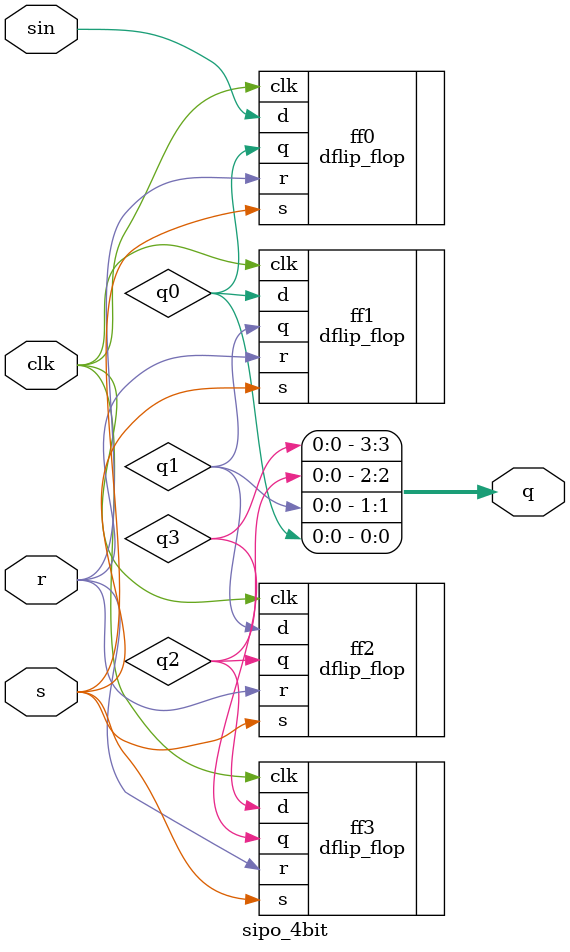
<source format=v>
module sipo_4bit(
    input  wire clk,
    input  wire s,          // synchronous set (applies to all stages)
    input  wire r,          // synchronous reset (applies to all stages)
    input  wire sin,        // serial input
    output wire [3:0] q     // parallel outputs [Q3 Q2 Q1 Q0]
);
    wire q0, q1, q2, q3;

    // Stage 0 (LSB)
    dflip_flop ff0(
        .s(s), .r(r),
        .d(sin), .clk(clk),
        .q(q0)
    );

    // Stage 1
    dflip_flop ff1(
        .s(s), .r(r),
        .d(q0), .clk(clk),
        .q(q1)
    );

    // Stage 2
    dflip_flop ff2(
        .s(s), .r(r),
        .d(q1), .clk(clk),
        .q(q2)
    );

    // Stage 3 (MSB)
    dflip_flop ff3(
        .s(s), .r(r),
        .d(q2), .clk(clk),
        .q(q3)
    );

    assign q = {q3, q2, q1, q0};
endmodule

</source>
